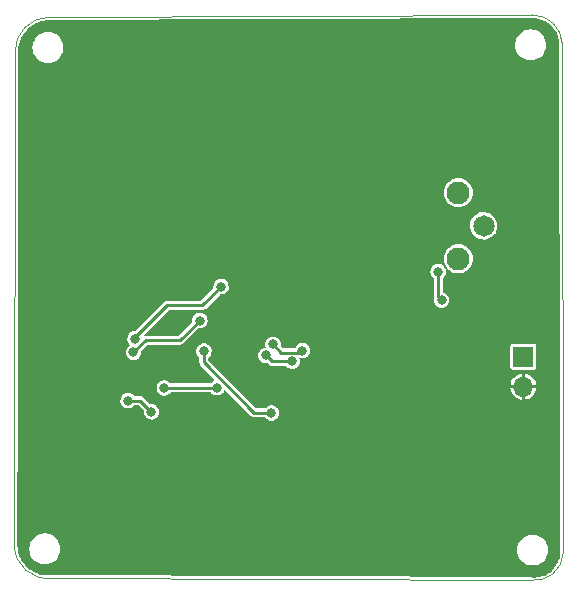
<source format=gbr>
%TF.GenerationSoftware,KiCad,Pcbnew,(6.0.7)*%
%TF.CreationDate,2022-11-06T13:07:56+05:30*%
%TF.ProjectId,Interface_PCB,496e7465-7266-4616-9365-5f5043422e6b,rev?*%
%TF.SameCoordinates,Original*%
%TF.FileFunction,Copper,L2,Bot*%
%TF.FilePolarity,Positive*%
%FSLAX46Y46*%
G04 Gerber Fmt 4.6, Leading zero omitted, Abs format (unit mm)*
G04 Created by KiCad (PCBNEW (6.0.7)) date 2022-11-06 13:07:56*
%MOMM*%
%LPD*%
G01*
G04 APERTURE LIST*
%TA.AperFunction,Profile*%
%ADD10C,0.100000*%
%TD*%
%TA.AperFunction,ComponentPad*%
%ADD11R,1.700000X1.700000*%
%TD*%
%TA.AperFunction,ComponentPad*%
%ADD12O,1.700000X1.700000*%
%TD*%
%TA.AperFunction,ComponentPad*%
%ADD13C,1.950000*%
%TD*%
%TA.AperFunction,ComponentPad*%
%ADD14C,1.815000*%
%TD*%
%TA.AperFunction,ViaPad*%
%ADD15C,0.800000*%
%TD*%
%TA.AperFunction,Conductor*%
%ADD16C,0.250000*%
%TD*%
G04 APERTURE END LIST*
D10*
X117094000Y-83007162D02*
G75*
G03*
X114147600Y-86004400I-400J-2946438D01*
G01*
X117246400Y-130530600D02*
X157748260Y-130697260D01*
X160477221Y-85216999D02*
G75*
G03*
X157962600Y-82829400I-2514621J-130401D01*
G01*
X157748256Y-130697285D02*
G75*
G03*
X160578800Y-128371600I379644J2423285D01*
G01*
X114096800Y-127736600D02*
X114147600Y-86004400D01*
X117094000Y-83007200D02*
X157962600Y-82829400D01*
X160477200Y-85217000D02*
X160578800Y-128371600D01*
X114096788Y-127736600D02*
G75*
G03*
X117246400Y-130530600I2834212J22700D01*
G01*
D11*
%TO.P,J8,1,Pin_1*%
%TO.N,Net-(DEXT1-Pad2)*%
X157200600Y-111760000D03*
D12*
%TO.P,J8,2,Pin_2*%
%TO.N,GND*%
X157200600Y-114300000D03*
%TD*%
D13*
%TO.P,J7,MH1*%
%TO.N,N/C*%
X151679400Y-103485600D03*
%TO.P,J7,MH2*%
X151679400Y-97885600D03*
D14*
%TO.P,J7,MH3*%
X153828400Y-100685600D03*
%TD*%
D15*
%TO.N,GND*%
X152425400Y-122072400D03*
X127635000Y-86004400D03*
X154406600Y-92557600D03*
X148082000Y-99263200D03*
X125831600Y-103505000D03*
X148844000Y-114681000D03*
X119303800Y-99263200D03*
X133400800Y-99161600D03*
X138379200Y-121767600D03*
X157226000Y-116332000D03*
X126542800Y-96596200D03*
X124510800Y-99443100D03*
X132585896Y-105659772D03*
X145084800Y-113030000D03*
X138480800Y-106349800D03*
X126774300Y-109474000D03*
X151079200Y-114249200D03*
X117424200Y-117322600D03*
X137566400Y-84683600D03*
X131622800Y-104800400D03*
X152857200Y-124536200D03*
%TO.N,VBUS*%
X149987000Y-104571800D03*
X150266400Y-106984800D03*
%TO.N,I2C2_SCL*%
X126796800Y-114414900D03*
X131267200Y-114401600D03*
%TO.N,USART2_RX*%
X131602461Y-105838263D03*
X124316000Y-110244400D03*
%TO.N,SPI1_MOSI*%
X138488584Y-111259784D03*
X135991600Y-110718600D03*
%TO.N,SPI1_MISO*%
X135405887Y-111656888D03*
X137612283Y-112150484D03*
%TO.N,I2C2_SDA*%
X125704600Y-116433600D03*
X123723400Y-115493800D03*
%TO.N,USART2_TX*%
X124180600Y-111404400D03*
X129794000Y-108712000D03*
%TO.N,SPI1_CLK*%
X130149600Y-111302800D03*
X135864600Y-116535200D03*
%TD*%
D16*
%TO.N,USART2_RX*%
X130012524Y-107428200D02*
X131602461Y-105838263D01*
X127013800Y-107428200D02*
X130012524Y-107428200D01*
X124316000Y-110244400D02*
X124316000Y-110126000D01*
X124316000Y-110126000D02*
X127013800Y-107428200D01*
%TO.N,USART2_TX*%
X128143000Y-110363000D02*
X129794000Y-108712000D01*
X125222000Y-110363000D02*
X128143000Y-110363000D01*
X124180600Y-111404400D02*
X125222000Y-110363000D01*
%TO.N,VBUS*%
X150266400Y-106984800D02*
X149987000Y-106705400D01*
X149987000Y-106705400D02*
X149987000Y-104571800D01*
%TO.N,I2C2_SCL*%
X126796800Y-114414900D02*
X131253900Y-114414900D01*
X131253900Y-114414900D02*
X131267200Y-114401600D01*
%TO.N,SPI1_MOSI*%
X136698984Y-111425984D02*
X135991600Y-110718600D01*
X138488584Y-111259784D02*
X138322384Y-111425984D01*
X138322384Y-111425984D02*
X136698984Y-111425984D01*
%TO.N,SPI1_MISO*%
X135899483Y-112150484D02*
X135405887Y-111656888D01*
X137612283Y-112150484D02*
X135899483Y-112150484D01*
%TO.N,I2C2_SDA*%
X123723400Y-115493800D02*
X124764800Y-115493800D01*
X124764800Y-115493800D02*
X125704600Y-116433600D01*
%TO.N,SPI1_CLK*%
X130149600Y-111302800D02*
X130149600Y-112258695D01*
X134426105Y-116535200D02*
X135864600Y-116535200D01*
X130149600Y-112258695D02*
X134426105Y-116535200D01*
%TD*%
%TA.AperFunction,Conductor*%
%TO.N,GND*%
G36*
X157943005Y-83084989D02*
G01*
X157957788Y-83087929D01*
X157962600Y-83088886D01*
X157975235Y-83086373D01*
X157988097Y-83085516D01*
X158245206Y-83101810D01*
X158251448Y-83102605D01*
X158526443Y-83155456D01*
X158532530Y-83157031D01*
X158798651Y-83244175D01*
X158804494Y-83246507D01*
X159057478Y-83366546D01*
X159062980Y-83369597D01*
X159298794Y-83520620D01*
X159303866Y-83524340D01*
X159316979Y-83535301D01*
X159518718Y-83703918D01*
X159523286Y-83708256D01*
X159713747Y-83913518D01*
X159717732Y-83918397D01*
X159875620Y-84138888D01*
X159880761Y-84146068D01*
X159884097Y-84151412D01*
X160017073Y-84397833D01*
X160019708Y-84403555D01*
X160120513Y-84664793D01*
X160122404Y-84670799D01*
X160157063Y-84811401D01*
X160189425Y-84942688D01*
X160190542Y-84948888D01*
X160220119Y-85204713D01*
X160219930Y-85217604D01*
X160218062Y-85230438D01*
X160219266Y-85235190D01*
X160219266Y-85235191D01*
X160221264Y-85243078D01*
X160222789Y-85255191D01*
X160297971Y-117188454D01*
X160323759Y-128141842D01*
X160324215Y-128335739D01*
X160322833Y-128347506D01*
X160319520Y-128361275D01*
X160320285Y-128366123D01*
X160320285Y-128366125D01*
X160321503Y-128373844D01*
X160321839Y-128386809D01*
X160295067Y-128641671D01*
X160293978Y-128648034D01*
X160258461Y-128796784D01*
X160229297Y-128918924D01*
X160227394Y-128925093D01*
X160128212Y-129185344D01*
X160125527Y-129191214D01*
X159993515Y-129436445D01*
X159990093Y-129441919D01*
X159827470Y-129668008D01*
X159823369Y-129672994D01*
X159632857Y-129876155D01*
X159628145Y-129880568D01*
X159412954Y-130057377D01*
X159407719Y-130061137D01*
X159312141Y-130120804D01*
X159171467Y-130208622D01*
X159165780Y-130211679D01*
X158912437Y-130327362D01*
X158906404Y-130329657D01*
X158793397Y-130364445D01*
X158640215Y-130411600D01*
X158633946Y-130413092D01*
X158359396Y-130459911D01*
X158352993Y-130460580D01*
X158187688Y-130467060D01*
X158074686Y-130471490D01*
X158068232Y-130471324D01*
X157813110Y-130448162D01*
X157800459Y-130445318D01*
X157788422Y-130440901D01*
X157770374Y-130441640D01*
X157744709Y-130442691D01*
X157742466Y-130442733D01*
X117259729Y-130276152D01*
X117255715Y-130275973D01*
X117222410Y-130273141D01*
X117222408Y-130273141D01*
X117217525Y-130272726D01*
X117204913Y-130276737D01*
X117192406Y-130279009D01*
X116913126Y-130293465D01*
X116907179Y-130293417D01*
X116650588Y-130275973D01*
X116605490Y-130272907D01*
X116599589Y-130272149D01*
X116374609Y-130229471D01*
X116302516Y-130215795D01*
X116296745Y-130214339D01*
X116008501Y-130122939D01*
X116002945Y-130120804D01*
X115727668Y-129995668D01*
X115722407Y-129992885D01*
X115464038Y-129835808D01*
X115459146Y-129832418D01*
X115221355Y-129645632D01*
X115216902Y-129641682D01*
X115003096Y-129427860D01*
X114999146Y-129423407D01*
X114884992Y-129278060D01*
X114812371Y-129185595D01*
X114808984Y-129180706D01*
X114789337Y-129148383D01*
X114688984Y-128983290D01*
X114651923Y-128922320D01*
X114649141Y-128917059D01*
X114633367Y-128882352D01*
X114524025Y-128641772D01*
X114521894Y-128636226D01*
X114430516Y-128347977D01*
X114429060Y-128342206D01*
X114372727Y-128045129D01*
X114372378Y-128042414D01*
X115370426Y-128042414D01*
X115390320Y-128269803D01*
X115449397Y-128490284D01*
X115545863Y-128697155D01*
X115676787Y-128884133D01*
X115838190Y-129045536D01*
X116025168Y-129176460D01*
X116232039Y-129272926D01*
X116234141Y-129273489D01*
X116234146Y-129273491D01*
X116373501Y-129310830D01*
X116452520Y-129332003D01*
X116622953Y-129346914D01*
X116736865Y-129346914D01*
X116907298Y-129332003D01*
X116986317Y-129310830D01*
X117125672Y-129273491D01*
X117125677Y-129273489D01*
X117127779Y-129272926D01*
X117334650Y-129176460D01*
X117521628Y-129045536D01*
X117683031Y-128884133D01*
X117813955Y-128697156D01*
X117910421Y-128490284D01*
X117969498Y-128269803D01*
X117980503Y-128144014D01*
X156670826Y-128144014D01*
X156690720Y-128371403D01*
X156749797Y-128591884D01*
X156846263Y-128798755D01*
X156977187Y-128985733D01*
X157138590Y-129147136D01*
X157325568Y-129278060D01*
X157532439Y-129374526D01*
X157534541Y-129375089D01*
X157534546Y-129375091D01*
X157673901Y-129412430D01*
X157752920Y-129433603D01*
X157923353Y-129448514D01*
X158037265Y-129448514D01*
X158207698Y-129433603D01*
X158286717Y-129412430D01*
X158426072Y-129375091D01*
X158426077Y-129375089D01*
X158428179Y-129374526D01*
X158635050Y-129278060D01*
X158822028Y-129147136D01*
X158983431Y-128985733D01*
X159114355Y-128798756D01*
X159210821Y-128591884D01*
X159269898Y-128371403D01*
X159289792Y-128144014D01*
X159269898Y-127916625D01*
X159222218Y-127738678D01*
X159211386Y-127698251D01*
X159211384Y-127698246D01*
X159210821Y-127696144D01*
X159114355Y-127489273D01*
X158983431Y-127302295D01*
X158822028Y-127140892D01*
X158635050Y-127009968D01*
X158428179Y-126913502D01*
X158426077Y-126912939D01*
X158426072Y-126912937D01*
X158286717Y-126875598D01*
X158207698Y-126854425D01*
X158037265Y-126839514D01*
X157923353Y-126839514D01*
X157752920Y-126854425D01*
X157673901Y-126875598D01*
X157534546Y-126912937D01*
X157534541Y-126912939D01*
X157532439Y-126913502D01*
X157325568Y-127009968D01*
X157138590Y-127140892D01*
X156977187Y-127302295D01*
X156846263Y-127489272D01*
X156749797Y-127696144D01*
X156749234Y-127698246D01*
X156749232Y-127698251D01*
X156738400Y-127738678D01*
X156690720Y-127916625D01*
X156670826Y-128144014D01*
X117980503Y-128144014D01*
X117989392Y-128042414D01*
X117969498Y-127815025D01*
X117942001Y-127712405D01*
X117910986Y-127596651D01*
X117910984Y-127596646D01*
X117910421Y-127594544D01*
X117813955Y-127387673D01*
X117683031Y-127200695D01*
X117521628Y-127039292D01*
X117334650Y-126908368D01*
X117127779Y-126811902D01*
X117125677Y-126811339D01*
X117125672Y-126811337D01*
X116986317Y-126773998D01*
X116907298Y-126752825D01*
X116736865Y-126737914D01*
X116622953Y-126737914D01*
X116452520Y-126752825D01*
X116373501Y-126773998D01*
X116234146Y-126811337D01*
X116234141Y-126811339D01*
X116232039Y-126811902D01*
X116025168Y-126908368D01*
X115838190Y-127039292D01*
X115676787Y-127200695D01*
X115545863Y-127387672D01*
X115449397Y-127594544D01*
X115448834Y-127596646D01*
X115448832Y-127596651D01*
X115417817Y-127712405D01*
X115390320Y-127815025D01*
X115370426Y-128042414D01*
X114372378Y-128042414D01*
X114371969Y-128039225D01*
X114363644Y-127916625D01*
X114353025Y-127760260D01*
X114353792Y-127747563D01*
X114355360Y-127739338D01*
X114356278Y-127734522D01*
X114355283Y-127729722D01*
X114355283Y-127729719D01*
X114352374Y-127715684D01*
X114351337Y-127705515D01*
X114351349Y-127696144D01*
X114366211Y-115486896D01*
X123064129Y-115486896D01*
X123081513Y-115644353D01*
X123135953Y-115793119D01*
X123224308Y-115924605D01*
X123341476Y-116031219D01*
X123480693Y-116106808D01*
X123483593Y-116107569D01*
X123483596Y-116107570D01*
X123631020Y-116146246D01*
X123631023Y-116146246D01*
X123633922Y-116147007D01*
X123703387Y-116148098D01*
X123789315Y-116149448D01*
X123789316Y-116149448D01*
X123792316Y-116149495D01*
X123795241Y-116148825D01*
X123795242Y-116148825D01*
X123836586Y-116139356D01*
X123946732Y-116114129D01*
X123949412Y-116112781D01*
X123949415Y-116112780D01*
X124085570Y-116044302D01*
X124085574Y-116044300D01*
X124088255Y-116042951D01*
X124090539Y-116041001D01*
X124090541Y-116040999D01*
X124206432Y-115942018D01*
X124208714Y-115940069D01*
X124218375Y-115926625D01*
X124241789Y-115894040D01*
X124274183Y-115873955D01*
X124282231Y-115873300D01*
X124586978Y-115873300D01*
X124622192Y-115887886D01*
X125041420Y-116307114D01*
X125056006Y-116342328D01*
X125055580Y-116348828D01*
X125052119Y-116375121D01*
X125045329Y-116426696D01*
X125045658Y-116429676D01*
X125045658Y-116429679D01*
X125047795Y-116449030D01*
X125062713Y-116584153D01*
X125117153Y-116732919D01*
X125205508Y-116864405D01*
X125322676Y-116971019D01*
X125461893Y-117046608D01*
X125464793Y-117047369D01*
X125464796Y-117047370D01*
X125612220Y-117086046D01*
X125612223Y-117086046D01*
X125615122Y-117086807D01*
X125684587Y-117087898D01*
X125770515Y-117089248D01*
X125770516Y-117089248D01*
X125773516Y-117089295D01*
X125776441Y-117088625D01*
X125776442Y-117088625D01*
X125855151Y-117070598D01*
X125927932Y-117053929D01*
X125930612Y-117052581D01*
X125930615Y-117052580D01*
X126066770Y-116984102D01*
X126066774Y-116984100D01*
X126069455Y-116982751D01*
X126071739Y-116980801D01*
X126071741Y-116980799D01*
X126187632Y-116881818D01*
X126189914Y-116879869D01*
X126192206Y-116876679D01*
X126280604Y-116753661D01*
X126280605Y-116753660D01*
X126282355Y-116751224D01*
X126341442Y-116604241D01*
X126363762Y-116447407D01*
X126363907Y-116433600D01*
X126344876Y-116276333D01*
X126343815Y-116273525D01*
X126343814Y-116273521D01*
X126289941Y-116130954D01*
X126288880Y-116128146D01*
X126199153Y-115997592D01*
X126194910Y-115993811D01*
X126119501Y-115926625D01*
X126080875Y-115892211D01*
X126078224Y-115890807D01*
X126078222Y-115890806D01*
X125943529Y-115819490D01*
X125940874Y-115818084D01*
X125787233Y-115779492D01*
X125784229Y-115779476D01*
X125784227Y-115779476D01*
X125709590Y-115779085D01*
X125628821Y-115778662D01*
X125625902Y-115779363D01*
X125625900Y-115779363D01*
X125623637Y-115779906D01*
X125621698Y-115780372D01*
X125584053Y-115774412D01*
X125574857Y-115767163D01*
X125065541Y-115257847D01*
X125058918Y-115249646D01*
X125051602Y-115238316D01*
X125049371Y-115234860D01*
X125019471Y-115211289D01*
X125015088Y-115207394D01*
X125010856Y-115203162D01*
X125009186Y-115201969D01*
X125009183Y-115201966D01*
X124993682Y-115190889D01*
X124991820Y-115189491D01*
X124974087Y-115175512D01*
X124953386Y-115159192D01*
X124953383Y-115159190D01*
X124950153Y-115156644D01*
X124946269Y-115155280D01*
X124942663Y-115153298D01*
X124942756Y-115153129D01*
X124941195Y-115152318D01*
X124941111Y-115152490D01*
X124937415Y-115150680D01*
X124934066Y-115148286D01*
X124930122Y-115147106D01*
X124930121Y-115147106D01*
X124916558Y-115143050D01*
X124883206Y-115133075D01*
X124881021Y-115132366D01*
X124830949Y-115114782D01*
X124827825Y-115114511D01*
X124827823Y-115114511D01*
X124826469Y-115114394D01*
X124826470Y-115114394D01*
X124825692Y-115114327D01*
X124825688Y-115114326D01*
X124825384Y-115114300D01*
X124825386Y-115114275D01*
X124821077Y-115113549D01*
X124821048Y-115113782D01*
X124816963Y-115113266D01*
X124813022Y-115112087D01*
X124808915Y-115112248D01*
X124808912Y-115112248D01*
X124757663Y-115114262D01*
X124755708Y-115114300D01*
X124282990Y-115114300D01*
X124247776Y-115099714D01*
X124241957Y-115092717D01*
X124217953Y-115057792D01*
X124214656Y-115054854D01*
X124114256Y-114965402D01*
X124099675Y-114952411D01*
X124097024Y-114951007D01*
X124097022Y-114951006D01*
X123962329Y-114879690D01*
X123959674Y-114878284D01*
X123806033Y-114839692D01*
X123803029Y-114839676D01*
X123803027Y-114839676D01*
X123729148Y-114839289D01*
X123647621Y-114838862D01*
X123493584Y-114875843D01*
X123352814Y-114948500D01*
X123233439Y-115052638D01*
X123231716Y-115055090D01*
X123231713Y-115055093D01*
X123190102Y-115114300D01*
X123142350Y-115182244D01*
X123141261Y-115185037D01*
X123141260Y-115185039D01*
X123129637Y-115214850D01*
X123084806Y-115329837D01*
X123064129Y-115486896D01*
X114366211Y-115486896D01*
X114367524Y-114407996D01*
X126137529Y-114407996D01*
X126137858Y-114410976D01*
X126137858Y-114410979D01*
X126147857Y-114501544D01*
X126154913Y-114565453D01*
X126209353Y-114714219D01*
X126297708Y-114845705D01*
X126414876Y-114952319D01*
X126554093Y-115027908D01*
X126556993Y-115028669D01*
X126556996Y-115028670D01*
X126704420Y-115067346D01*
X126704423Y-115067346D01*
X126707322Y-115068107D01*
X126776787Y-115069198D01*
X126862715Y-115070548D01*
X126862716Y-115070548D01*
X126865716Y-115070595D01*
X126868641Y-115069925D01*
X126868642Y-115069925D01*
X126933401Y-115055093D01*
X127020132Y-115035229D01*
X127022812Y-115033881D01*
X127022815Y-115033880D01*
X127158970Y-114965402D01*
X127158974Y-114965400D01*
X127161655Y-114964051D01*
X127163939Y-114962101D01*
X127163941Y-114962099D01*
X127279832Y-114863118D01*
X127282114Y-114861169D01*
X127288494Y-114852291D01*
X127315189Y-114815140D01*
X127347583Y-114795055D01*
X127355631Y-114794400D01*
X130716035Y-114794400D01*
X130751249Y-114808986D01*
X130757366Y-114816420D01*
X130768108Y-114832405D01*
X130770322Y-114834420D01*
X130770325Y-114834423D01*
X130870966Y-114925998D01*
X130885276Y-114939019D01*
X131024493Y-115014608D01*
X131027393Y-115015369D01*
X131027396Y-115015370D01*
X131174820Y-115054046D01*
X131174823Y-115054046D01*
X131177722Y-115054807D01*
X131240749Y-115055797D01*
X131333115Y-115057248D01*
X131333116Y-115057248D01*
X131336116Y-115057295D01*
X131339041Y-115056625D01*
X131339042Y-115056625D01*
X131380386Y-115047156D01*
X131490532Y-115021929D01*
X131493212Y-115020581D01*
X131493215Y-115020580D01*
X131629370Y-114952102D01*
X131629374Y-114952100D01*
X131632055Y-114950751D01*
X131634339Y-114948801D01*
X131634341Y-114948799D01*
X131750232Y-114849818D01*
X131752514Y-114847869D01*
X131758401Y-114839676D01*
X131843204Y-114721661D01*
X131843205Y-114721660D01*
X131844955Y-114719224D01*
X131882351Y-114626199D01*
X131909019Y-114598967D01*
X131947132Y-114598568D01*
X131963771Y-114609560D01*
X134125364Y-116771153D01*
X134131986Y-116779353D01*
X134141534Y-116794140D01*
X134144764Y-116796686D01*
X134171434Y-116817711D01*
X134175817Y-116821606D01*
X134180049Y-116825838D01*
X134197236Y-116838120D01*
X134199062Y-116839491D01*
X134240752Y-116872356D01*
X134244636Y-116873720D01*
X134248243Y-116875703D01*
X134248151Y-116875870D01*
X134249710Y-116876679D01*
X134249794Y-116876509D01*
X134253490Y-116878320D01*
X134256839Y-116880713D01*
X134307688Y-116895921D01*
X134309873Y-116896630D01*
X134359956Y-116914218D01*
X134363080Y-116914489D01*
X134363082Y-116914489D01*
X134364312Y-116914595D01*
X134365213Y-116914673D01*
X134365217Y-116914674D01*
X134365521Y-116914700D01*
X134365519Y-116914725D01*
X134369828Y-116915451D01*
X134369857Y-116915218D01*
X134373942Y-116915734D01*
X134377883Y-116916913D01*
X134381990Y-116916752D01*
X134381993Y-116916752D01*
X134433242Y-116914738D01*
X134435197Y-116914700D01*
X135304498Y-116914700D01*
X135339712Y-116929286D01*
X135345826Y-116936715D01*
X135365508Y-116966005D01*
X135482676Y-117072619D01*
X135621893Y-117148208D01*
X135624793Y-117148969D01*
X135624796Y-117148970D01*
X135772220Y-117187646D01*
X135772223Y-117187646D01*
X135775122Y-117188407D01*
X135844587Y-117189498D01*
X135930515Y-117190848D01*
X135930516Y-117190848D01*
X135933516Y-117190895D01*
X135936441Y-117190225D01*
X135936442Y-117190225D01*
X135977786Y-117180756D01*
X136087932Y-117155529D01*
X136090612Y-117154181D01*
X136090615Y-117154180D01*
X136226770Y-117085702D01*
X136226774Y-117085700D01*
X136229455Y-117084351D01*
X136231739Y-117082401D01*
X136231741Y-117082399D01*
X136347632Y-116983418D01*
X136349914Y-116981469D01*
X136351666Y-116979031D01*
X136440604Y-116855261D01*
X136440605Y-116855260D01*
X136442355Y-116852824D01*
X136501442Y-116705841D01*
X136523762Y-116549007D01*
X136523907Y-116535200D01*
X136504876Y-116377933D01*
X136503815Y-116375125D01*
X136503814Y-116375121D01*
X136449941Y-116232554D01*
X136448880Y-116229746D01*
X136387965Y-116141114D01*
X136360852Y-116101664D01*
X136359153Y-116099192D01*
X136353369Y-116094038D01*
X136247893Y-116000064D01*
X136240875Y-115993811D01*
X136238224Y-115992407D01*
X136238222Y-115992406D01*
X136103529Y-115921090D01*
X136100874Y-115919684D01*
X135947233Y-115881092D01*
X135944229Y-115881076D01*
X135944227Y-115881076D01*
X135870348Y-115880689D01*
X135788821Y-115880262D01*
X135634784Y-115917243D01*
X135494014Y-115989900D01*
X135374639Y-116094038D01*
X135372916Y-116096490D01*
X135372913Y-116096493D01*
X135346177Y-116134535D01*
X135313995Y-116154958D01*
X135305433Y-116155700D01*
X134603927Y-116155700D01*
X134568713Y-116141114D01*
X132839932Y-114412333D01*
X156101514Y-114412333D01*
X156105371Y-114471168D01*
X156106081Y-114475652D01*
X156154904Y-114667892D01*
X156156421Y-114672176D01*
X156239456Y-114852291D01*
X156241727Y-114856226D01*
X156356198Y-115018199D01*
X156359150Y-115021656D01*
X156501216Y-115160050D01*
X156504757Y-115162917D01*
X156669662Y-115273103D01*
X156673656Y-115275271D01*
X156855884Y-115353563D01*
X156860214Y-115354970D01*
X157053653Y-115398741D01*
X157058163Y-115399335D01*
X157089101Y-115400550D01*
X157095675Y-115398125D01*
X157098797Y-115390987D01*
X157302200Y-115390987D01*
X157305101Y-115397992D01*
X157309537Y-115399829D01*
X157457176Y-115378423D01*
X157461585Y-115377364D01*
X157649393Y-115313611D01*
X157653561Y-115311755D01*
X157826598Y-115214850D01*
X157830349Y-115212272D01*
X157982832Y-115085454D01*
X157986054Y-115082232D01*
X158112872Y-114929749D01*
X158115450Y-114925998D01*
X158212355Y-114752961D01*
X158214211Y-114748793D01*
X158277964Y-114560985D01*
X158279023Y-114556576D01*
X158300072Y-114411402D01*
X158298206Y-114404055D01*
X158294080Y-114401600D01*
X157312106Y-114401600D01*
X157305101Y-114404501D01*
X157302200Y-114411506D01*
X157302200Y-115390987D01*
X157098797Y-115390987D01*
X157099000Y-115390523D01*
X157099000Y-114411506D01*
X157096099Y-114404501D01*
X157089094Y-114401600D01*
X156110717Y-114401600D01*
X156104600Y-114404133D01*
X156101514Y-114412333D01*
X132839932Y-114412333D01*
X132616163Y-114188564D01*
X156102004Y-114188564D01*
X156104062Y-114195860D01*
X156108597Y-114198400D01*
X157089094Y-114198400D01*
X157096099Y-114195499D01*
X157099000Y-114188494D01*
X157302200Y-114188494D01*
X157305101Y-114195499D01*
X157312106Y-114198400D01*
X158290088Y-114198400D01*
X158297093Y-114195499D01*
X158299249Y-114190293D01*
X158290973Y-114100225D01*
X158290144Y-114095750D01*
X158236309Y-113904864D01*
X158234679Y-113900619D01*
X158146960Y-113722742D01*
X158144579Y-113718857D01*
X158025912Y-113559943D01*
X158022871Y-113556565D01*
X157877228Y-113421934D01*
X157873622Y-113419167D01*
X157705889Y-113313336D01*
X157701830Y-113311267D01*
X157517616Y-113237774D01*
X157513256Y-113236482D01*
X157318733Y-113197789D01*
X157314213Y-113197314D01*
X157312105Y-113197287D01*
X157305241Y-113200025D01*
X157302200Y-113207233D01*
X157302200Y-114188494D01*
X157099000Y-114188494D01*
X157099000Y-113207104D01*
X157096099Y-113200099D01*
X157091999Y-113198401D01*
X156915888Y-113228663D01*
X156911499Y-113229839D01*
X156725420Y-113298487D01*
X156721314Y-113300446D01*
X156550871Y-113401849D01*
X156547188Y-113404525D01*
X156398074Y-113535294D01*
X156394942Y-113538594D01*
X156272153Y-113694351D01*
X156269678Y-113698162D01*
X156177332Y-113873682D01*
X156175589Y-113877891D01*
X156116776Y-114067300D01*
X156115829Y-114071751D01*
X156102004Y-114188564D01*
X132616163Y-114188564D01*
X130543686Y-112116087D01*
X130529100Y-112080873D01*
X130529100Y-111862401D01*
X130543686Y-111827187D01*
X130546557Y-111824533D01*
X130567106Y-111806983D01*
X130634914Y-111749069D01*
X130654348Y-111722024D01*
X130706114Y-111649984D01*
X134746616Y-111649984D01*
X134746945Y-111652964D01*
X134746945Y-111652967D01*
X134754736Y-111723530D01*
X134764000Y-111807441D01*
X134818440Y-111956207D01*
X134906795Y-112087693D01*
X135023963Y-112194307D01*
X135163180Y-112269896D01*
X135166080Y-112270657D01*
X135166083Y-112270658D01*
X135313507Y-112309334D01*
X135313510Y-112309334D01*
X135316409Y-112310095D01*
X135385874Y-112311186D01*
X135471802Y-112312536D01*
X135471803Y-112312536D01*
X135474803Y-112312583D01*
X135488705Y-112309399D01*
X135526285Y-112315757D01*
X135535034Y-112322729D01*
X135598742Y-112386437D01*
X135605364Y-112394637D01*
X135614912Y-112409424D01*
X135618142Y-112411970D01*
X135644812Y-112432995D01*
X135649195Y-112436890D01*
X135653427Y-112441122D01*
X135670614Y-112453404D01*
X135672440Y-112454775D01*
X135714130Y-112487640D01*
X135718014Y-112489004D01*
X135721621Y-112490987D01*
X135721529Y-112491154D01*
X135723088Y-112491963D01*
X135723172Y-112491793D01*
X135726868Y-112493604D01*
X135730217Y-112495997D01*
X135781066Y-112511205D01*
X135783251Y-112511914D01*
X135833334Y-112529502D01*
X135836458Y-112529773D01*
X135836460Y-112529773D01*
X135837690Y-112529879D01*
X135838591Y-112529957D01*
X135838595Y-112529958D01*
X135838899Y-112529984D01*
X135838897Y-112530009D01*
X135843206Y-112530735D01*
X135843235Y-112530502D01*
X135847320Y-112531018D01*
X135851261Y-112532197D01*
X135855368Y-112532036D01*
X135855371Y-112532036D01*
X135906620Y-112530022D01*
X135908575Y-112529984D01*
X137052181Y-112529984D01*
X137087395Y-112544570D01*
X137093509Y-112551999D01*
X137113191Y-112581289D01*
X137115412Y-112583310D01*
X137115413Y-112583311D01*
X137172293Y-112635067D01*
X137230359Y-112687903D01*
X137369576Y-112763492D01*
X137372476Y-112764253D01*
X137372479Y-112764254D01*
X137519903Y-112802930D01*
X137519906Y-112802930D01*
X137522805Y-112803691D01*
X137592270Y-112804782D01*
X137678198Y-112806132D01*
X137678199Y-112806132D01*
X137681199Y-112806179D01*
X137684124Y-112805509D01*
X137684125Y-112805509D01*
X137736628Y-112793484D01*
X137835615Y-112770813D01*
X137838295Y-112769465D01*
X137838298Y-112769464D01*
X137974453Y-112700986D01*
X137974457Y-112700984D01*
X137977138Y-112699635D01*
X137979422Y-112697685D01*
X137979424Y-112697683D01*
X138095315Y-112598702D01*
X138097597Y-112596753D01*
X138129750Y-112552008D01*
X138188287Y-112470545D01*
X138188288Y-112470544D01*
X138190038Y-112468108D01*
X138249125Y-112321125D01*
X138271445Y-112164291D01*
X138271590Y-112150484D01*
X138252559Y-111993217D01*
X138251498Y-111990409D01*
X138251497Y-111990405D01*
X138236887Y-111951743D01*
X138238084Y-111913647D01*
X138265869Y-111887555D01*
X138296108Y-111885970D01*
X138328841Y-111894557D01*
X138396204Y-111912230D01*
X138396207Y-111912230D01*
X138399106Y-111912991D01*
X138468571Y-111914082D01*
X138554499Y-111915432D01*
X138554500Y-111915432D01*
X138557500Y-111915479D01*
X138560425Y-111914809D01*
X138560426Y-111914809D01*
X138601770Y-111905340D01*
X138711916Y-111880113D01*
X138714596Y-111878765D01*
X138714599Y-111878764D01*
X138850754Y-111810286D01*
X138850758Y-111810284D01*
X138853439Y-111808935D01*
X138855723Y-111806985D01*
X138855725Y-111806983D01*
X138971616Y-111708002D01*
X138973898Y-111706053D01*
X139066339Y-111577408D01*
X139125426Y-111430425D01*
X139132963Y-111377469D01*
X139147515Y-111275214D01*
X139147746Y-111273591D01*
X139147891Y-111259784D01*
X139128860Y-111102517D01*
X139127799Y-111099709D01*
X139127798Y-111099705D01*
X139073925Y-110957138D01*
X139072864Y-110954330D01*
X139025169Y-110884933D01*
X156096100Y-110884933D01*
X156096101Y-112635066D01*
X156110866Y-112709301D01*
X156113592Y-112713380D01*
X156113592Y-112713381D01*
X156152415Y-112771483D01*
X156167116Y-112793484D01*
X156171194Y-112796209D01*
X156182392Y-112803691D01*
X156251299Y-112849734D01*
X156256111Y-112850691D01*
X156256113Y-112850692D01*
X156323134Y-112864023D01*
X156323136Y-112864023D01*
X156325533Y-112864500D01*
X157200600Y-112864500D01*
X158075666Y-112864499D01*
X158078063Y-112864022D01*
X158078066Y-112864022D01*
X158106196Y-112858427D01*
X158149901Y-112849734D01*
X158218809Y-112803691D01*
X158230006Y-112796209D01*
X158234084Y-112793484D01*
X158248785Y-112771483D01*
X158287608Y-112713381D01*
X158287608Y-112713380D01*
X158290334Y-112709301D01*
X158294306Y-112689336D01*
X158304623Y-112637466D01*
X158304623Y-112637464D01*
X158305100Y-112635067D01*
X158305099Y-110884934D01*
X158302521Y-110871969D01*
X158297181Y-110845125D01*
X158290334Y-110810699D01*
X158267508Y-110776537D01*
X158236809Y-110730594D01*
X158234084Y-110726516D01*
X158230006Y-110723791D01*
X158153981Y-110672992D01*
X158153980Y-110672992D01*
X158149901Y-110670266D01*
X158145089Y-110669309D01*
X158145087Y-110669308D01*
X158078066Y-110655977D01*
X158078064Y-110655977D01*
X158075667Y-110655500D01*
X158073221Y-110655500D01*
X157200601Y-110655501D01*
X156325534Y-110655501D01*
X156323137Y-110655978D01*
X156323134Y-110655978D01*
X156295004Y-110661573D01*
X156251299Y-110670266D01*
X156247220Y-110672992D01*
X156247219Y-110672992D01*
X156171194Y-110723791D01*
X156167116Y-110726516D01*
X156164391Y-110730594D01*
X156133693Y-110776537D01*
X156110866Y-110810699D01*
X156109909Y-110815511D01*
X156109908Y-110815513D01*
X156096577Y-110882534D01*
X156096100Y-110884933D01*
X139025169Y-110884933D01*
X139012274Y-110866171D01*
X138984836Y-110826248D01*
X138983137Y-110823776D01*
X138977353Y-110818622D01*
X138888027Y-110739037D01*
X138864859Y-110718395D01*
X138862208Y-110716991D01*
X138862206Y-110716990D01*
X138733183Y-110648676D01*
X138724858Y-110644268D01*
X138571217Y-110605676D01*
X138568213Y-110605660D01*
X138568211Y-110605660D01*
X138494332Y-110605273D01*
X138412805Y-110604846D01*
X138258768Y-110641827D01*
X138117998Y-110714484D01*
X137998623Y-110818622D01*
X137996900Y-110821074D01*
X137996897Y-110821077D01*
X137950299Y-110887380D01*
X137907534Y-110948228D01*
X137906445Y-110951021D01*
X137906444Y-110951023D01*
X137881589Y-111014774D01*
X137855208Y-111042284D01*
X137835191Y-111046484D01*
X136876806Y-111046484D01*
X136841592Y-111031898D01*
X136654819Y-110845125D01*
X136640233Y-110809911D01*
X136640730Y-110802894D01*
X136643730Y-110781819D01*
X136650762Y-110732407D01*
X136650839Y-110725049D01*
X136650890Y-110720238D01*
X136650890Y-110720235D01*
X136650907Y-110718600D01*
X136631876Y-110561333D01*
X136630815Y-110558525D01*
X136630814Y-110558521D01*
X136576941Y-110415954D01*
X136575880Y-110413146D01*
X136486153Y-110282592D01*
X136480369Y-110277438D01*
X136370115Y-110179207D01*
X136367875Y-110177211D01*
X136365224Y-110175807D01*
X136365222Y-110175806D01*
X136230529Y-110104490D01*
X136227874Y-110103084D01*
X136074233Y-110064492D01*
X136071229Y-110064476D01*
X136071227Y-110064476D01*
X135997348Y-110064089D01*
X135915821Y-110063662D01*
X135761784Y-110100643D01*
X135621014Y-110173300D01*
X135501639Y-110277438D01*
X135499916Y-110279890D01*
X135499913Y-110279893D01*
X135496279Y-110285064D01*
X135410550Y-110407044D01*
X135409461Y-110409837D01*
X135409460Y-110409839D01*
X135408171Y-110413146D01*
X135353006Y-110554637D01*
X135352614Y-110557611D01*
X135352614Y-110557613D01*
X135352124Y-110561333D01*
X135332329Y-110711696D01*
X135332658Y-110714676D01*
X135332658Y-110714679D01*
X135337818Y-110761411D01*
X135349713Y-110869153D01*
X135354610Y-110882534D01*
X135373957Y-110935405D01*
X135372361Y-110973487D01*
X135344304Y-110999286D01*
X135333011Y-111001965D01*
X135330108Y-111001950D01*
X135176071Y-111038931D01*
X135035301Y-111111588D01*
X134915926Y-111215726D01*
X134914203Y-111218178D01*
X134914200Y-111218181D01*
X134874117Y-111275214D01*
X134824837Y-111345332D01*
X134823748Y-111348125D01*
X134823747Y-111348127D01*
X134812732Y-111376379D01*
X134767293Y-111492925D01*
X134766901Y-111495899D01*
X134766901Y-111495901D01*
X134766411Y-111499621D01*
X134746616Y-111649984D01*
X130706114Y-111649984D01*
X130725604Y-111622861D01*
X130725605Y-111622860D01*
X130727355Y-111620424D01*
X130786442Y-111473441D01*
X130808762Y-111316607D01*
X130808907Y-111302800D01*
X130789876Y-111145533D01*
X130788815Y-111142725D01*
X130788814Y-111142721D01*
X130734941Y-111000154D01*
X130733880Y-110997346D01*
X130644153Y-110866792D01*
X130638369Y-110861638D01*
X130556404Y-110788611D01*
X130525875Y-110761411D01*
X130523224Y-110760007D01*
X130523222Y-110760006D01*
X130441979Y-110716990D01*
X130385874Y-110687284D01*
X130232233Y-110648692D01*
X130229229Y-110648676D01*
X130229227Y-110648676D01*
X130155348Y-110648289D01*
X130073821Y-110647862D01*
X129919784Y-110684843D01*
X129779014Y-110757500D01*
X129659639Y-110861638D01*
X129657916Y-110864090D01*
X129657913Y-110864093D01*
X129641547Y-110887380D01*
X129568550Y-110991244D01*
X129567461Y-110994037D01*
X129567460Y-110994039D01*
X129559376Y-111014774D01*
X129511006Y-111138837D01*
X129510614Y-111141811D01*
X129510614Y-111141813D01*
X129510124Y-111145533D01*
X129490329Y-111295896D01*
X129490658Y-111298876D01*
X129490658Y-111298879D01*
X129498985Y-111374295D01*
X129507713Y-111453353D01*
X129562153Y-111602119D01*
X129650508Y-111733605D01*
X129750438Y-111824533D01*
X129753816Y-111827607D01*
X129770100Y-111864441D01*
X129770100Y-112212885D01*
X129768984Y-112223367D01*
X129765280Y-112240571D01*
X129765764Y-112244660D01*
X129765764Y-112244661D01*
X129769755Y-112278379D01*
X129770100Y-112284233D01*
X129770100Y-112290219D01*
X129770437Y-112292246D01*
X129770438Y-112292253D01*
X129773563Y-112311026D01*
X129773894Y-112313349D01*
X129775144Y-112323911D01*
X129780130Y-112366036D01*
X129781912Y-112369748D01*
X129783061Y-112373701D01*
X129782875Y-112373755D01*
X129783404Y-112375426D01*
X129783586Y-112375364D01*
X129784921Y-112379262D01*
X129785596Y-112383321D01*
X129787551Y-112386944D01*
X129810783Y-112430001D01*
X129811848Y-112432092D01*
X129833459Y-112477096D01*
X129833461Y-112477100D01*
X129834819Y-112479927D01*
X129838234Y-112483988D01*
X129838234Y-112483989D01*
X129838414Y-112484203D01*
X129838397Y-112484217D01*
X129840929Y-112487775D01*
X129841112Y-112487633D01*
X129843634Y-112490884D01*
X129845590Y-112494509D01*
X129848615Y-112497305D01*
X129886258Y-112532102D01*
X129887668Y-112533457D01*
X131056047Y-113701836D01*
X131070633Y-113737050D01*
X131056047Y-113772264D01*
X131038887Y-113783282D01*
X131037384Y-113783643D01*
X130896614Y-113856300D01*
X130777239Y-113960438D01*
X130775516Y-113962890D01*
X130775513Y-113962893D01*
X130739430Y-114014235D01*
X130707248Y-114034658D01*
X130698686Y-114035400D01*
X127356390Y-114035400D01*
X127321176Y-114020814D01*
X127315357Y-114013817D01*
X127291353Y-113978892D01*
X127173075Y-113873511D01*
X127170424Y-113872107D01*
X127170422Y-113872106D01*
X127035729Y-113800790D01*
X127033074Y-113799384D01*
X126879433Y-113760792D01*
X126876429Y-113760776D01*
X126876427Y-113760776D01*
X126802548Y-113760389D01*
X126721021Y-113759962D01*
X126566984Y-113796943D01*
X126426214Y-113869600D01*
X126306839Y-113973738D01*
X126305116Y-113976190D01*
X126305113Y-113976193D01*
X126263502Y-114035400D01*
X126215750Y-114103344D01*
X126158206Y-114250937D01*
X126137529Y-114407996D01*
X114367524Y-114407996D01*
X114371189Y-111397496D01*
X123521329Y-111397496D01*
X123521658Y-111400476D01*
X123521658Y-111400479D01*
X123527496Y-111453353D01*
X123538713Y-111554953D01*
X123593153Y-111703719D01*
X123681508Y-111835205D01*
X123798676Y-111941819D01*
X123937893Y-112017408D01*
X123940793Y-112018169D01*
X123940796Y-112018170D01*
X124088220Y-112056846D01*
X124088223Y-112056846D01*
X124091122Y-112057607D01*
X124160587Y-112058698D01*
X124246515Y-112060048D01*
X124246516Y-112060048D01*
X124249516Y-112060095D01*
X124252441Y-112059425D01*
X124252442Y-112059425D01*
X124293786Y-112049956D01*
X124403932Y-112024729D01*
X124406612Y-112023381D01*
X124406615Y-112023380D01*
X124542770Y-111954902D01*
X124542774Y-111954900D01*
X124545455Y-111953551D01*
X124547739Y-111951601D01*
X124547741Y-111951599D01*
X124663632Y-111852618D01*
X124665914Y-111850669D01*
X124669074Y-111846271D01*
X124756604Y-111724461D01*
X124756605Y-111724460D01*
X124758355Y-111722024D01*
X124817442Y-111575041D01*
X124839762Y-111418207D01*
X124839907Y-111404400D01*
X124835135Y-111364962D01*
X124829583Y-111319083D01*
X124839833Y-111282371D01*
X124843808Y-111277886D01*
X125364608Y-110757086D01*
X125399822Y-110742500D01*
X128097190Y-110742500D01*
X128107672Y-110743616D01*
X128120848Y-110746453D01*
X128120849Y-110746453D01*
X128124876Y-110747320D01*
X128128965Y-110746836D01*
X128128966Y-110746836D01*
X128162684Y-110742845D01*
X128168538Y-110742500D01*
X128174524Y-110742500D01*
X128176551Y-110742163D01*
X128176558Y-110742162D01*
X128195331Y-110739037D01*
X128197654Y-110738706D01*
X128246251Y-110732954D01*
X128250341Y-110732470D01*
X128254053Y-110730688D01*
X128258006Y-110729539D01*
X128258060Y-110729725D01*
X128259731Y-110729196D01*
X128259669Y-110729014D01*
X128263567Y-110727679D01*
X128267626Y-110727004D01*
X128314306Y-110701817D01*
X128316397Y-110700752D01*
X128361401Y-110679141D01*
X128361405Y-110679139D01*
X128364232Y-110677781D01*
X128368508Y-110674186D01*
X128368522Y-110674203D01*
X128372080Y-110671671D01*
X128371938Y-110671488D01*
X128375189Y-110668966D01*
X128378814Y-110667010D01*
X128416407Y-110626342D01*
X128417762Y-110624932D01*
X129663584Y-109379110D01*
X129698798Y-109364524D01*
X129703015Y-109364812D01*
X129704522Y-109365207D01*
X129779145Y-109366379D01*
X129859915Y-109367648D01*
X129859916Y-109367648D01*
X129862916Y-109367695D01*
X129865841Y-109367025D01*
X129865842Y-109367025D01*
X129907186Y-109357556D01*
X130017332Y-109332329D01*
X130020012Y-109330981D01*
X130020015Y-109330980D01*
X130156170Y-109262502D01*
X130156174Y-109262500D01*
X130158855Y-109261151D01*
X130161139Y-109259201D01*
X130161141Y-109259199D01*
X130277032Y-109160218D01*
X130279314Y-109158269D01*
X130371755Y-109029624D01*
X130430842Y-108882641D01*
X130453162Y-108725807D01*
X130453307Y-108712000D01*
X130434276Y-108554733D01*
X130433215Y-108551925D01*
X130433214Y-108551921D01*
X130379341Y-108409354D01*
X130378280Y-108406546D01*
X130288553Y-108275992D01*
X130282769Y-108270838D01*
X130172515Y-108172607D01*
X130170275Y-108170611D01*
X130167624Y-108169207D01*
X130167622Y-108169206D01*
X130032929Y-108097890D01*
X130030274Y-108096484D01*
X129876633Y-108057892D01*
X129873629Y-108057876D01*
X129873627Y-108057876D01*
X129799748Y-108057489D01*
X129718221Y-108057062D01*
X129564184Y-108094043D01*
X129423414Y-108166700D01*
X129304039Y-108270838D01*
X129302316Y-108273290D01*
X129302313Y-108273293D01*
X129298679Y-108278464D01*
X129212950Y-108400444D01*
X129211861Y-108403237D01*
X129211860Y-108403239D01*
X129210571Y-108406546D01*
X129155406Y-108548037D01*
X129155014Y-108551011D01*
X129155014Y-108551013D01*
X129154524Y-108554733D01*
X129134729Y-108705096D01*
X129135058Y-108708076D01*
X129135058Y-108708079D01*
X129144979Y-108797933D01*
X129134346Y-108834535D01*
X129130694Y-108838612D01*
X128000392Y-109968914D01*
X127965178Y-109983500D01*
X125267810Y-109983500D01*
X125257328Y-109982384D01*
X125244152Y-109979547D01*
X125244151Y-109979547D01*
X125240124Y-109978680D01*
X125236035Y-109979164D01*
X125236034Y-109979164D01*
X125202316Y-109983155D01*
X125196462Y-109983500D01*
X125190476Y-109983500D01*
X125188449Y-109983837D01*
X125188442Y-109983838D01*
X125169669Y-109986963D01*
X125167346Y-109987294D01*
X125118744Y-109993046D01*
X125118741Y-109993047D01*
X125116390Y-109993325D01*
X125116389Y-109993325D01*
X125114659Y-109993530D01*
X125114612Y-109993129D01*
X125079515Y-109989253D01*
X125055685Y-109959506D01*
X125059869Y-109921621D01*
X125068294Y-109910400D01*
X127156408Y-107822286D01*
X127191622Y-107807700D01*
X129966714Y-107807700D01*
X129977196Y-107808816D01*
X129990372Y-107811653D01*
X129990373Y-107811653D01*
X129994400Y-107812520D01*
X129998489Y-107812036D01*
X129998490Y-107812036D01*
X130032208Y-107808045D01*
X130038062Y-107807700D01*
X130044048Y-107807700D01*
X130046075Y-107807363D01*
X130046082Y-107807362D01*
X130064855Y-107804237D01*
X130067178Y-107803906D01*
X130115775Y-107798154D01*
X130119865Y-107797670D01*
X130123577Y-107795888D01*
X130127530Y-107794739D01*
X130127584Y-107794925D01*
X130129255Y-107794396D01*
X130129193Y-107794214D01*
X130133091Y-107792879D01*
X130137150Y-107792204D01*
X130183830Y-107767017D01*
X130185921Y-107765952D01*
X130230925Y-107744341D01*
X130230929Y-107744339D01*
X130233756Y-107742981D01*
X130238032Y-107739386D01*
X130238046Y-107739403D01*
X130241604Y-107736871D01*
X130241462Y-107736688D01*
X130244713Y-107734166D01*
X130248338Y-107732210D01*
X130285931Y-107691542D01*
X130287286Y-107690132D01*
X131472046Y-106505373D01*
X131507260Y-106490787D01*
X131511475Y-106491074D01*
X131512983Y-106491470D01*
X131592180Y-106492714D01*
X131668376Y-106493911D01*
X131668377Y-106493911D01*
X131671377Y-106493958D01*
X131674302Y-106493288D01*
X131674303Y-106493288D01*
X131715647Y-106483819D01*
X131825793Y-106458592D01*
X131828473Y-106457244D01*
X131828476Y-106457243D01*
X131964631Y-106388765D01*
X131964635Y-106388763D01*
X131967316Y-106387414D01*
X131969600Y-106385464D01*
X131969602Y-106385462D01*
X132085493Y-106286481D01*
X132087775Y-106284532D01*
X132180216Y-106155887D01*
X132239303Y-106008904D01*
X132261623Y-105852070D01*
X132261768Y-105838263D01*
X132242737Y-105680996D01*
X132241676Y-105678188D01*
X132241675Y-105678184D01*
X132187802Y-105535617D01*
X132186741Y-105532809D01*
X132097014Y-105402255D01*
X132091230Y-105397101D01*
X131980976Y-105298870D01*
X131978736Y-105296874D01*
X131976085Y-105295470D01*
X131976083Y-105295469D01*
X131841390Y-105224153D01*
X131838735Y-105222747D01*
X131685094Y-105184155D01*
X131682090Y-105184139D01*
X131682088Y-105184139D01*
X131608209Y-105183752D01*
X131526682Y-105183325D01*
X131372645Y-105220306D01*
X131231875Y-105292963D01*
X131112500Y-105397101D01*
X131110777Y-105399553D01*
X131110774Y-105399556D01*
X131107140Y-105404727D01*
X131021411Y-105526707D01*
X131020322Y-105529500D01*
X131020321Y-105529502D01*
X131019032Y-105532809D01*
X130963867Y-105674300D01*
X130963475Y-105677274D01*
X130963475Y-105677276D01*
X130962985Y-105680996D01*
X130943190Y-105831359D01*
X130943519Y-105834339D01*
X130943519Y-105834342D01*
X130953440Y-105924196D01*
X130942807Y-105960798D01*
X130939155Y-105964875D01*
X129869916Y-107034114D01*
X129834702Y-107048700D01*
X127059610Y-107048700D01*
X127049128Y-107047584D01*
X127035952Y-107044747D01*
X127035951Y-107044747D01*
X127031924Y-107043880D01*
X127027835Y-107044364D01*
X127027834Y-107044364D01*
X126994118Y-107048355D01*
X126988264Y-107048700D01*
X126982276Y-107048700D01*
X126980249Y-107049037D01*
X126980242Y-107049038D01*
X126961457Y-107052165D01*
X126959135Y-107052496D01*
X126910546Y-107058247D01*
X126910544Y-107058247D01*
X126906459Y-107058731D01*
X126902750Y-107060512D01*
X126898795Y-107061661D01*
X126898742Y-107061477D01*
X126897066Y-107062007D01*
X126897128Y-107062187D01*
X126893234Y-107063520D01*
X126889174Y-107064196D01*
X126885552Y-107066150D01*
X126885553Y-107066150D01*
X126842477Y-107089392D01*
X126840386Y-107090457D01*
X126795395Y-107112061D01*
X126795386Y-107112067D01*
X126792568Y-107113420D01*
X126788292Y-107117014D01*
X126788275Y-107116994D01*
X126784717Y-107119526D01*
X126784862Y-107119712D01*
X126781611Y-107122234D01*
X126777986Y-107124190D01*
X126775190Y-107127215D01*
X126740393Y-107164858D01*
X126739038Y-107166268D01*
X124330144Y-109575162D01*
X124294669Y-109589747D01*
X124275419Y-109589646D01*
X124240221Y-109589462D01*
X124086184Y-109626443D01*
X123945414Y-109699100D01*
X123826039Y-109803238D01*
X123824316Y-109805690D01*
X123824313Y-109805693D01*
X123765741Y-109889033D01*
X123734950Y-109932844D01*
X123677406Y-110080437D01*
X123656729Y-110237496D01*
X123674113Y-110394953D01*
X123728553Y-110543719D01*
X123816908Y-110675205D01*
X123819128Y-110677225D01*
X123890369Y-110742049D01*
X123906598Y-110776537D01*
X123893687Y-110812399D01*
X123879693Y-110823136D01*
X123812685Y-110857721D01*
X123812683Y-110857723D01*
X123810014Y-110859100D01*
X123690639Y-110963238D01*
X123688916Y-110965690D01*
X123688913Y-110965693D01*
X123642384Y-111031898D01*
X123599550Y-111092844D01*
X123598461Y-111095637D01*
X123598460Y-111095639D01*
X123594615Y-111105502D01*
X123542006Y-111240437D01*
X123541614Y-111243411D01*
X123541614Y-111243413D01*
X123537076Y-111277886D01*
X123521329Y-111397496D01*
X114371189Y-111397496D01*
X114371670Y-111001989D01*
X114379506Y-104564896D01*
X149327729Y-104564896D01*
X149328058Y-104567876D01*
X149328058Y-104567879D01*
X149338057Y-104658444D01*
X149345113Y-104722353D01*
X149399553Y-104871119D01*
X149487908Y-105002605D01*
X149587838Y-105093533D01*
X149591216Y-105096607D01*
X149607500Y-105133441D01*
X149607500Y-106659590D01*
X149606384Y-106670072D01*
X149604920Y-106676874D01*
X149602680Y-106687276D01*
X149603164Y-106691365D01*
X149603164Y-106691366D01*
X149607155Y-106725084D01*
X149607500Y-106730938D01*
X149607500Y-106736924D01*
X149607837Y-106738951D01*
X149607838Y-106738958D01*
X149610963Y-106757731D01*
X149611294Y-106760054D01*
X149617530Y-106812741D01*
X149619312Y-106816453D01*
X149620461Y-106820406D01*
X149620275Y-106820460D01*
X149620804Y-106822132D01*
X149620986Y-106822070D01*
X149622011Y-106825064D01*
X149622140Y-106826355D01*
X149622658Y-106827993D01*
X149622997Y-106830032D01*
X149622515Y-106830112D01*
X149624270Y-106847694D01*
X149607129Y-106977896D01*
X149607458Y-106980876D01*
X149607458Y-106980879D01*
X149609595Y-107000230D01*
X149624513Y-107135353D01*
X149678953Y-107284119D01*
X149767308Y-107415605D01*
X149884476Y-107522219D01*
X150023693Y-107597808D01*
X150026593Y-107598569D01*
X150026596Y-107598570D01*
X150174020Y-107637246D01*
X150174023Y-107637246D01*
X150176922Y-107638007D01*
X150246387Y-107639098D01*
X150332315Y-107640448D01*
X150332316Y-107640448D01*
X150335316Y-107640495D01*
X150338241Y-107639825D01*
X150338242Y-107639825D01*
X150379586Y-107630356D01*
X150489732Y-107605129D01*
X150492412Y-107603781D01*
X150492415Y-107603780D01*
X150628570Y-107535302D01*
X150628574Y-107535300D01*
X150631255Y-107533951D01*
X150633539Y-107532001D01*
X150633541Y-107531999D01*
X150749432Y-107433018D01*
X150751714Y-107431069D01*
X150844155Y-107302424D01*
X150903242Y-107155441D01*
X150925562Y-106998607D01*
X150925707Y-106984800D01*
X150906676Y-106827533D01*
X150905615Y-106824725D01*
X150905614Y-106824721D01*
X150855222Y-106691366D01*
X150850680Y-106679346D01*
X150760953Y-106548792D01*
X150642675Y-106443411D01*
X150640024Y-106442007D01*
X150640022Y-106442006D01*
X150505329Y-106370690D01*
X150502674Y-106369284D01*
X150404167Y-106344541D01*
X150373568Y-106321815D01*
X150366500Y-106296241D01*
X150366500Y-105131401D01*
X150381086Y-105096187D01*
X150383957Y-105093533D01*
X150470032Y-105020018D01*
X150472314Y-105018069D01*
X150564755Y-104889424D01*
X150623842Y-104742441D01*
X150646162Y-104585607D01*
X150646307Y-104571800D01*
X150627276Y-104414533D01*
X150626215Y-104411725D01*
X150626214Y-104411721D01*
X150572341Y-104269154D01*
X150571280Y-104266346D01*
X150481553Y-104135792D01*
X150475769Y-104130638D01*
X150365515Y-104032407D01*
X150363275Y-104030411D01*
X150360624Y-104029007D01*
X150360622Y-104029006D01*
X150225929Y-103957690D01*
X150223274Y-103956284D01*
X150069633Y-103917692D01*
X150066629Y-103917676D01*
X150066627Y-103917676D01*
X149992748Y-103917289D01*
X149911221Y-103916862D01*
X149757184Y-103953843D01*
X149616414Y-104026500D01*
X149497039Y-104130638D01*
X149495316Y-104133090D01*
X149495313Y-104133093D01*
X149491679Y-104138264D01*
X149405950Y-104260244D01*
X149404861Y-104263037D01*
X149404860Y-104263039D01*
X149398666Y-104278926D01*
X149348406Y-104407837D01*
X149348014Y-104410811D01*
X149348014Y-104410813D01*
X149347524Y-104414533D01*
X149327729Y-104564896D01*
X114379506Y-104564896D01*
X114380820Y-103485600D01*
X150445204Y-103485600D01*
X150463954Y-103699916D01*
X150519635Y-103907720D01*
X150610555Y-104102698D01*
X150733951Y-104278926D01*
X150886074Y-104431049D01*
X151062302Y-104554445D01*
X151257280Y-104645365D01*
X151259383Y-104645928D01*
X151259387Y-104645930D01*
X151462982Y-104700483D01*
X151462985Y-104700483D01*
X151465084Y-104701046D01*
X151679400Y-104719796D01*
X151893716Y-104701046D01*
X151895815Y-104700483D01*
X151895818Y-104700483D01*
X152099413Y-104645930D01*
X152099417Y-104645928D01*
X152101520Y-104645365D01*
X152296498Y-104554445D01*
X152472726Y-104431049D01*
X152624849Y-104278926D01*
X152748245Y-104102698D01*
X152839165Y-103907720D01*
X152894846Y-103699916D01*
X152913596Y-103485600D01*
X152894846Y-103271284D01*
X152839165Y-103063480D01*
X152748245Y-102868502D01*
X152624849Y-102692274D01*
X152472726Y-102540151D01*
X152296498Y-102416755D01*
X152101520Y-102325835D01*
X152099417Y-102325272D01*
X152099413Y-102325270D01*
X151895818Y-102270717D01*
X151895815Y-102270717D01*
X151893716Y-102270154D01*
X151679400Y-102251404D01*
X151465084Y-102270154D01*
X151462985Y-102270717D01*
X151462982Y-102270717D01*
X151259387Y-102325270D01*
X151259383Y-102325272D01*
X151257280Y-102325835D01*
X151062302Y-102416755D01*
X150886074Y-102540151D01*
X150733951Y-102692274D01*
X150610555Y-102868502D01*
X150519635Y-103063480D01*
X150463954Y-103271284D01*
X150445204Y-103485600D01*
X114380820Y-103485600D01*
X114384266Y-100655052D01*
X152661822Y-100655052D01*
X152661971Y-100657328D01*
X152661971Y-100657333D01*
X152675639Y-100865871D01*
X152675789Y-100868156D01*
X152728358Y-101075145D01*
X152817767Y-101269089D01*
X152941023Y-101443492D01*
X152942657Y-101445083D01*
X152942658Y-101445085D01*
X153092359Y-101590917D01*
X153092363Y-101590920D01*
X153093997Y-101592512D01*
X153095897Y-101593781D01*
X153095900Y-101593784D01*
X153269668Y-101709892D01*
X153271566Y-101711160D01*
X153365895Y-101751687D01*
X153465684Y-101794560D01*
X153465686Y-101794561D01*
X153467784Y-101795462D01*
X153470010Y-101795966D01*
X153470014Y-101795967D01*
X153673850Y-101842090D01*
X153673854Y-101842091D01*
X153676079Y-101842594D01*
X153678357Y-101842684D01*
X153678361Y-101842684D01*
X153771759Y-101846354D01*
X153889475Y-101850979D01*
X153891728Y-101850652D01*
X153891734Y-101850652D01*
X154098574Y-101820661D01*
X154098579Y-101820660D01*
X154100826Y-101820334D01*
X154102981Y-101819602D01*
X154102983Y-101819602D01*
X154300885Y-101752423D01*
X154300886Y-101752423D01*
X154303053Y-101751687D01*
X154305053Y-101750567D01*
X154487390Y-101648454D01*
X154487392Y-101648452D01*
X154489384Y-101647337D01*
X154553775Y-101593784D01*
X154651819Y-101512241D01*
X154653578Y-101510778D01*
X154655041Y-101509019D01*
X154788676Y-101348341D01*
X154788677Y-101348339D01*
X154790137Y-101346584D01*
X154834696Y-101267019D01*
X154893367Y-101162253D01*
X154894487Y-101160253D01*
X154963134Y-100958026D01*
X154993779Y-100746675D01*
X154995378Y-100685600D01*
X154975837Y-100472935D01*
X154966772Y-100440790D01*
X154918488Y-100269589D01*
X154918487Y-100269585D01*
X154917868Y-100267392D01*
X154823412Y-100075856D01*
X154822045Y-100074026D01*
X154822043Y-100074022D01*
X154696998Y-99906566D01*
X154695634Y-99904739D01*
X154538811Y-99759774D01*
X154512228Y-99743001D01*
X154474288Y-99719063D01*
X154358197Y-99645815D01*
X154159840Y-99566678D01*
X153950382Y-99525015D01*
X153948101Y-99524985D01*
X153948100Y-99524985D01*
X153823319Y-99523351D01*
X153736840Y-99522219D01*
X153526364Y-99558386D01*
X153326003Y-99632303D01*
X153324038Y-99633472D01*
X153144434Y-99740325D01*
X153144431Y-99740327D01*
X153142468Y-99741495D01*
X152981904Y-99882305D01*
X152980493Y-99884095D01*
X152980490Y-99884098D01*
X152964218Y-99904739D01*
X152849690Y-100050018D01*
X152750253Y-100239017D01*
X152686923Y-100442972D01*
X152686655Y-100445236D01*
X152686654Y-100445241D01*
X152683107Y-100475210D01*
X152661822Y-100655052D01*
X114384266Y-100655052D01*
X114387637Y-97885600D01*
X150445204Y-97885600D01*
X150463954Y-98099916D01*
X150519635Y-98307720D01*
X150610555Y-98502698D01*
X150733951Y-98678926D01*
X150886074Y-98831049D01*
X151062302Y-98954445D01*
X151257280Y-99045365D01*
X151259383Y-99045928D01*
X151259387Y-99045930D01*
X151462982Y-99100483D01*
X151462985Y-99100483D01*
X151465084Y-99101046D01*
X151679400Y-99119796D01*
X151893716Y-99101046D01*
X151895815Y-99100483D01*
X151895818Y-99100483D01*
X152099413Y-99045930D01*
X152099417Y-99045928D01*
X152101520Y-99045365D01*
X152296498Y-98954445D01*
X152472726Y-98831049D01*
X152624849Y-98678926D01*
X152748245Y-98502698D01*
X152839165Y-98307720D01*
X152894846Y-98099916D01*
X152913596Y-97885600D01*
X152894846Y-97671284D01*
X152839165Y-97463480D01*
X152748245Y-97268502D01*
X152624849Y-97092274D01*
X152472726Y-96940151D01*
X152296498Y-96816755D01*
X152101520Y-96725835D01*
X152099417Y-96725272D01*
X152099413Y-96725270D01*
X151895818Y-96670717D01*
X151895815Y-96670717D01*
X151893716Y-96670154D01*
X151679400Y-96651404D01*
X151465084Y-96670154D01*
X151462985Y-96670717D01*
X151462982Y-96670717D01*
X151259387Y-96725270D01*
X151259383Y-96725272D01*
X151257280Y-96725835D01*
X151062302Y-96816755D01*
X150886074Y-96940151D01*
X150733951Y-97092274D01*
X150610555Y-97268502D01*
X150519635Y-97463480D01*
X150463954Y-97671284D01*
X150445204Y-97885600D01*
X114387637Y-97885600D01*
X114402067Y-86031845D01*
X114402863Y-86023035D01*
X114407047Y-85999926D01*
X114404176Y-85986688D01*
X114403084Y-85974168D01*
X114409364Y-85815163D01*
X114413997Y-85697862D01*
X114414539Y-85692246D01*
X114428927Y-85598893D01*
X114432979Y-85572600D01*
X115632117Y-85572600D01*
X115652011Y-85799989D01*
X115657171Y-85819247D01*
X115707981Y-86008874D01*
X115711088Y-86020470D01*
X115807554Y-86227341D01*
X115938478Y-86414319D01*
X116099881Y-86575722D01*
X116286859Y-86706646D01*
X116493730Y-86803112D01*
X116495832Y-86803675D01*
X116495837Y-86803677D01*
X116635192Y-86841016D01*
X116714211Y-86862189D01*
X116884644Y-86877100D01*
X116998556Y-86877100D01*
X117168989Y-86862189D01*
X117248008Y-86841016D01*
X117387363Y-86803677D01*
X117387368Y-86803675D01*
X117389470Y-86803112D01*
X117596341Y-86706646D01*
X117783319Y-86575722D01*
X117944722Y-86414319D01*
X118075646Y-86227342D01*
X118172112Y-86020470D01*
X118175220Y-86008874D01*
X118226029Y-85819247D01*
X118231189Y-85799989D01*
X118251083Y-85572600D01*
X118233305Y-85369400D01*
X156500717Y-85369400D01*
X156520611Y-85596789D01*
X156521175Y-85598893D01*
X156575058Y-85799989D01*
X156579688Y-85817270D01*
X156676154Y-86024141D01*
X156807078Y-86211119D01*
X156968481Y-86372522D01*
X157155459Y-86503446D01*
X157362330Y-86599912D01*
X157364432Y-86600475D01*
X157364437Y-86600477D01*
X157503792Y-86637816D01*
X157582811Y-86658989D01*
X157753244Y-86673900D01*
X157867156Y-86673900D01*
X158037589Y-86658989D01*
X158116608Y-86637816D01*
X158255963Y-86600477D01*
X158255968Y-86600475D01*
X158258070Y-86599912D01*
X158464941Y-86503446D01*
X158651919Y-86372522D01*
X158813322Y-86211119D01*
X158944246Y-86024142D01*
X159040712Y-85817270D01*
X159045343Y-85799989D01*
X159099225Y-85598893D01*
X159099789Y-85596789D01*
X159119683Y-85369400D01*
X159099789Y-85142011D01*
X159063108Y-85005113D01*
X159041277Y-84923637D01*
X159041275Y-84923632D01*
X159040712Y-84921530D01*
X158944246Y-84714659D01*
X158813322Y-84527681D01*
X158651919Y-84366278D01*
X158464941Y-84235354D01*
X158258070Y-84138888D01*
X158255968Y-84138325D01*
X158255963Y-84138323D01*
X158098952Y-84096253D01*
X158037589Y-84079811D01*
X157867156Y-84064900D01*
X157753244Y-84064900D01*
X157582811Y-84079811D01*
X157521448Y-84096253D01*
X157364437Y-84138323D01*
X157364432Y-84138325D01*
X157362330Y-84138888D01*
X157155459Y-84235354D01*
X156968481Y-84366278D01*
X156807078Y-84527681D01*
X156676154Y-84714658D01*
X156579688Y-84921530D01*
X156579125Y-84923632D01*
X156579123Y-84923637D01*
X156557292Y-85005113D01*
X156520611Y-85142011D01*
X156500717Y-85369400D01*
X118233305Y-85369400D01*
X118231189Y-85345211D01*
X118199136Y-85225587D01*
X118172677Y-85126837D01*
X118172675Y-85126832D01*
X118172112Y-85124730D01*
X118075646Y-84917859D01*
X117944722Y-84730881D01*
X117783319Y-84569478D01*
X117596341Y-84438554D01*
X117389470Y-84342088D01*
X117387368Y-84341525D01*
X117387363Y-84341523D01*
X117248008Y-84304184D01*
X117168989Y-84283011D01*
X116998556Y-84268100D01*
X116884644Y-84268100D01*
X116714211Y-84283011D01*
X116635192Y-84304184D01*
X116495837Y-84341523D01*
X116495832Y-84341525D01*
X116493730Y-84342088D01*
X116286859Y-84438554D01*
X116099881Y-84569478D01*
X115938478Y-84730881D01*
X115807554Y-84917858D01*
X115711088Y-85124730D01*
X115710525Y-85126832D01*
X115710523Y-85126837D01*
X115684064Y-85225587D01*
X115652011Y-85345211D01*
X115632117Y-85572600D01*
X114432979Y-85572600D01*
X114460172Y-85396171D01*
X114461342Y-85390671D01*
X114540195Y-85101665D01*
X114541988Y-85096311D01*
X114653043Y-84818103D01*
X114655430Y-84812986D01*
X114797269Y-84549132D01*
X114800220Y-84544319D01*
X114940958Y-84341523D01*
X114971009Y-84298221D01*
X114974485Y-84293774D01*
X115172036Y-84068590D01*
X115175992Y-84064565D01*
X115190978Y-84050958D01*
X115397772Y-83863184D01*
X115402161Y-83859632D01*
X115645299Y-83684659D01*
X115650056Y-83681629D01*
X115911453Y-83535294D01*
X115916510Y-83532829D01*
X116192793Y-83417024D01*
X116198114Y-83415141D01*
X116342042Y-83373213D01*
X116485719Y-83331358D01*
X116491220Y-83330089D01*
X116786458Y-83279402D01*
X116792068Y-83278764D01*
X116852165Y-83275360D01*
X117067997Y-83263134D01*
X117080528Y-83264012D01*
X117093965Y-83266686D01*
X117114892Y-83262526D01*
X117124382Y-83261570D01*
X135400056Y-83182062D01*
X157933074Y-83084032D01*
X157943005Y-83084989D01*
G37*
%TD.AperFunction*%
%TD*%
M02*

</source>
